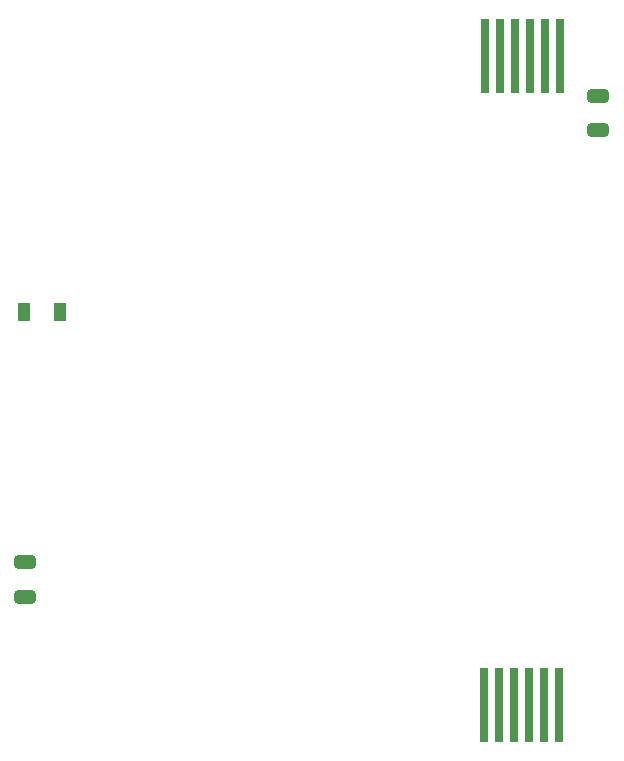
<source format=gbr>
%TF.GenerationSoftware,KiCad,Pcbnew,9.0.2*%
%TF.CreationDate,2025-05-16T17:18:38+02:00*%
%TF.ProjectId,PCB_accueil_STM,5043425f-6163-4637-9565-696c5f53544d,rev?*%
%TF.SameCoordinates,Original*%
%TF.FileFunction,Paste,Bot*%
%TF.FilePolarity,Positive*%
%FSLAX46Y46*%
G04 Gerber Fmt 4.6, Leading zero omitted, Abs format (unit mm)*
G04 Created by KiCad (PCBNEW 9.0.2) date 2025-05-16 17:18:38*
%MOMM*%
%LPD*%
G01*
G04 APERTURE LIST*
G04 Aperture macros list*
%AMRoundRect*
0 Rectangle with rounded corners*
0 $1 Rounding radius*
0 $2 $3 $4 $5 $6 $7 $8 $9 X,Y pos of 4 corners*
0 Add a 4 corners polygon primitive as box body*
4,1,4,$2,$3,$4,$5,$6,$7,$8,$9,$2,$3,0*
0 Add four circle primitives for the rounded corners*
1,1,$1+$1,$2,$3*
1,1,$1+$1,$4,$5*
1,1,$1+$1,$6,$7*
1,1,$1+$1,$8,$9*
0 Add four rect primitives between the rounded corners*
20,1,$1+$1,$2,$3,$4,$5,0*
20,1,$1+$1,$4,$5,$6,$7,0*
20,1,$1+$1,$6,$7,$8,$9,0*
20,1,$1+$1,$8,$9,$2,$3,0*%
G04 Aperture macros list end*
%ADD10R,0.760000X6.350000*%
%ADD11RoundRect,0.250000X0.650000X-0.325000X0.650000X0.325000X-0.650000X0.325000X-0.650000X-0.325000X0*%
%ADD12R,1.000000X1.600000*%
%ADD13RoundRect,0.250000X-0.650000X0.325000X-0.650000X-0.325000X0.650000X-0.325000X0.650000X0.325000X0*%
G04 APERTURE END LIST*
D10*
%TO.C,J2*%
X174711000Y-124635000D03*
X173441000Y-124635000D03*
X172171000Y-124635000D03*
X170901000Y-124635000D03*
X169631000Y-124635000D03*
X168361000Y-124635000D03*
%TD*%
D11*
%TO.C,R2*%
X129500000Y-115475000D03*
X129500000Y-112525000D03*
%TD*%
D12*
%TO.C,D1*%
X129386200Y-91287600D03*
X132386200Y-91287600D03*
%TD*%
D10*
%TO.C,J1*%
X168427400Y-69631340D03*
X169697400Y-69631340D03*
X170967400Y-69631340D03*
X172237400Y-69631340D03*
X173507400Y-69631340D03*
X174777400Y-69631340D03*
%TD*%
D13*
%TO.C,R1*%
X178000000Y-75950000D03*
X178000000Y-73000000D03*
%TD*%
M02*

</source>
